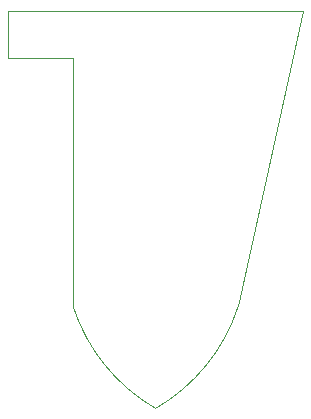
<source format=gko>
G04*
G04 #@! TF.GenerationSoftware,Altium Limited,Altium Designer,18.1.7 (191)*
G04*
G04 Layer_Color=16711935*
%FSAX25Y25*%
%MOIN*%
G70*
G01*
G75*
%ADD20C,0.00394*%
D20*
X0391732Y0245399D02*
G03*
X0419291Y0279528I-0030512J0052830D01*
G01*
X0364173D02*
G03*
X0391732Y0245399I0058071J0018701D01*
G01*
X0342520Y0362205D02*
Y0377953D01*
X0440945D01*
X0419291Y0279528D02*
X0440945Y0377953D01*
X0364173Y0279528D02*
X0364173D01*
X0364173D02*
Y0362205D01*
X0342520D02*
X0364173D01*
M02*

</source>
